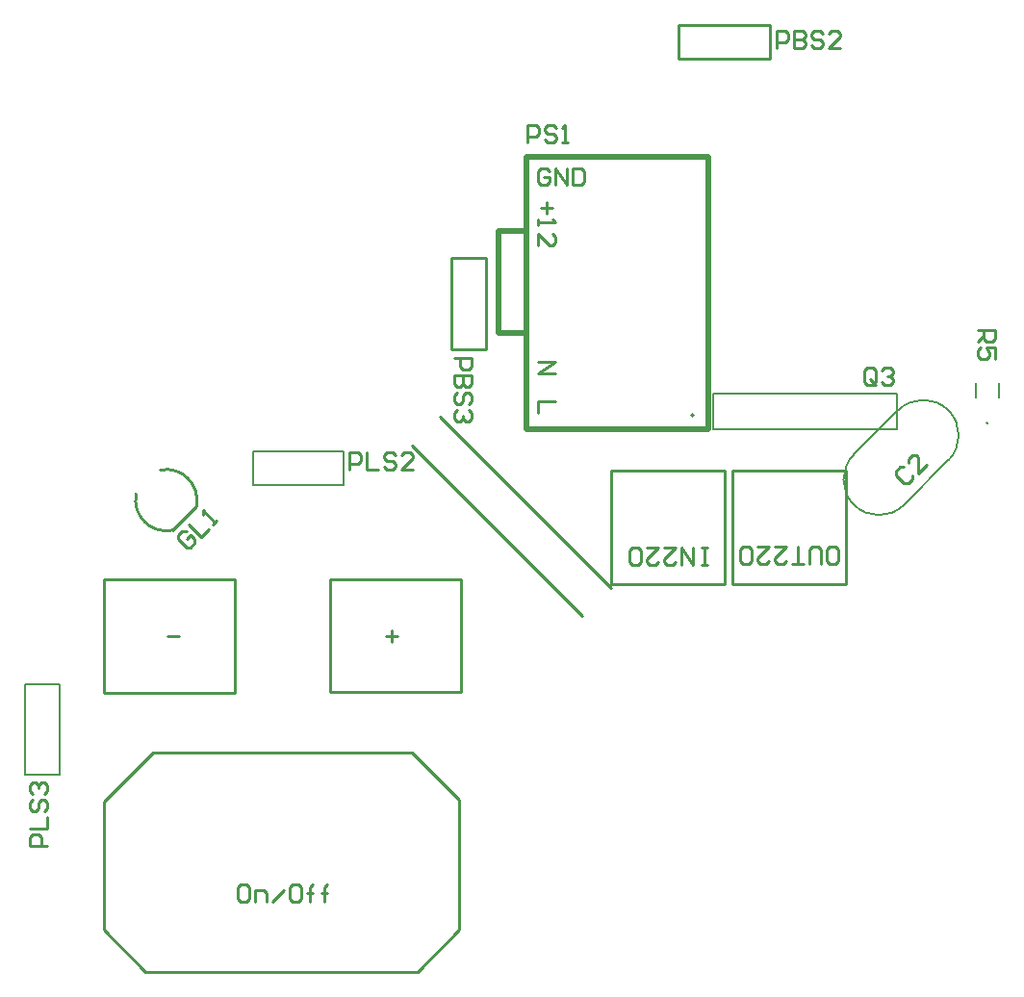
<source format=gto>
G04 Layer_Color=65535*
%FSLAX44Y44*%
%MOMM*%
G71*
G01*
G75*
%ADD15C,0.5000*%
%ADD48C,0.1524*%
%ADD49C,0.2540*%
%ADD50C,0.1500*%
D15*
X426000Y599000D02*
X451000D01*
X426000D02*
Y689000D01*
X451000D01*
Y514000D02*
X611000D01*
X451000D02*
Y754000D01*
X611000Y514000D02*
Y754000D01*
X451000D02*
X611000D01*
D48*
X598245Y527000D02*
G03*
X598245Y527000I-1270J0D01*
G01*
X738905Y492088D02*
G03*
X783088Y447905I22091J-22091D01*
G01*
X822062Y531062D02*
G03*
X777879Y531062I-22091J-22091D01*
G01*
X822062Y486879D02*
G03*
X822062Y531062I-22091J22091D01*
G01*
X857012Y519600D02*
G03*
X857012Y519600I-762J0D01*
G01*
X615400Y514300D02*
Y546050D01*
X776690D01*
Y514300D02*
Y546050D01*
X615400Y514300D02*
X776690D01*
X738905Y492088D02*
X777879Y531062D01*
X783088Y447905D02*
X822062Y486879D01*
X845963Y542178D02*
Y554823D01*
X866537D02*
X866537Y542177D01*
D49*
X107524Y457295D02*
G03*
X139295Y425524I26476J-5295D01*
G01*
X160476Y446705D02*
G03*
X128705Y478476I-26476J5295D01*
G01*
X278000Y283000D02*
Y382500D01*
X122500Y230000D02*
X350000D01*
X79000Y186500D02*
X122500Y230000D01*
X79000Y173000D02*
Y186500D01*
X392000Y174000D02*
Y188000D01*
X350000Y230000D02*
X392000Y188000D01*
X355000Y37000D02*
X392000Y74000D01*
Y117000D01*
Y174000D01*
X122000Y37000D02*
X355000D01*
X385000Y665000D02*
X415000D01*
X415000Y585000D02*
X415000Y665000D01*
X385000Y585000D02*
X415000Y585000D01*
X385000Y585000D02*
Y665000D01*
X665000Y840000D02*
Y870000D01*
X585000Y840000D02*
X665000D01*
X585000D02*
Y870000D01*
X665000D01*
X625000Y378000D02*
Y478000D01*
X525000Y378000D02*
X625000D01*
X525000Y478000D02*
X625000D01*
X525000Y378000D02*
Y478000D01*
X732000Y378000D02*
Y478000D01*
X632000Y378000D02*
X732000D01*
X632000Y478000D02*
X732000D01*
X632000Y378000D02*
Y478000D01*
X350000Y500000D02*
X500000Y350000D01*
X375000Y525000D02*
X525000Y375000D01*
X79000Y382000D02*
X194000D01*
X79000Y282000D02*
Y382000D01*
Y282000D02*
X194000D01*
Y382000D01*
X393000Y283000D02*
Y382500D01*
X278000D02*
X393000D01*
X79000Y117000D02*
Y174000D01*
X116000Y37000D02*
X122000D01*
X79000Y74000D02*
Y117000D01*
Y74000D02*
X116000Y37000D01*
X278000Y283000D02*
X393000D01*
X139303Y425484D02*
X160516Y446697D01*
X758157Y555539D02*
Y565696D01*
X755618Y568235D01*
X750539D01*
X748000Y565696D01*
Y555539D01*
X750539Y553000D01*
X755618D01*
X753078Y558078D02*
X758157Y553000D01*
X755618D02*
X758157Y555539D01*
X763235Y565696D02*
X765774Y568235D01*
X770853D01*
X773392Y565696D01*
Y563157D01*
X770853Y560617D01*
X768313D01*
X770853D01*
X773392Y558078D01*
Y555539D01*
X770853Y553000D01*
X765774D01*
X763235Y555539D01*
X452000Y767000D02*
Y782235D01*
X459618D01*
X462157Y779696D01*
Y774617D01*
X459618Y772078D01*
X452000D01*
X477392Y779696D02*
X474853Y782235D01*
X469774D01*
X467235Y779696D01*
Y777157D01*
X469774Y774617D01*
X474853D01*
X477392Y772078D01*
Y769539D01*
X474853Y767000D01*
X469774D01*
X467235Y769539D01*
X482470Y767000D02*
X487548D01*
X485009D01*
Y782235D01*
X482470Y779696D01*
X783171Y481126D02*
X779581D01*
X775990Y477535D01*
Y473944D01*
X783171Y466762D01*
X786762D01*
X790353Y470353D01*
Y473944D01*
X802922Y482922D02*
X795740Y475740D01*
Y490104D01*
X793944Y491899D01*
X790353D01*
X786762Y488308D01*
Y484717D01*
X671200Y850000D02*
Y865235D01*
X678818D01*
X681357Y862696D01*
Y857617D01*
X678818Y855078D01*
X671200D01*
X686435Y865235D02*
Y850000D01*
X694053D01*
X696592Y852539D01*
Y855078D01*
X694053Y857617D01*
X686435D01*
X694053D01*
X696592Y860157D01*
Y862696D01*
X694053Y865235D01*
X686435D01*
X711827Y862696D02*
X709288Y865235D01*
X704209D01*
X701670Y862696D01*
Y860157D01*
X704209Y857617D01*
X709288D01*
X711827Y855078D01*
Y852539D01*
X709288Y850000D01*
X704209D01*
X701670Y852539D01*
X727062Y850000D02*
X716905D01*
X727062Y860157D01*
Y862696D01*
X724523Y865235D01*
X719444D01*
X716905Y862696D01*
X387000Y576600D02*
X402235D01*
Y568983D01*
X399696Y566443D01*
X394618D01*
X392078Y568983D01*
Y576600D01*
X402235Y561365D02*
X387000D01*
Y553747D01*
X389539Y551208D01*
X392078D01*
X394618Y553747D01*
Y561365D01*
Y553747D01*
X397157Y551208D01*
X399696D01*
X402235Y553747D01*
Y561365D01*
X399696Y535973D02*
X402235Y538512D01*
Y543591D01*
X399696Y546130D01*
X397157D01*
X394618Y543591D01*
Y538512D01*
X392078Y535973D01*
X389539D01*
X387000Y538512D01*
Y543591D01*
X389539Y546130D01*
X399696Y530895D02*
X402235Y528356D01*
Y523277D01*
X399696Y520738D01*
X397157D01*
X394618Y523277D01*
Y525816D01*
Y523277D01*
X392078Y520738D01*
X389539D01*
X387000Y523277D01*
Y528356D01*
X389539Y530895D01*
X295000Y479000D02*
Y494235D01*
X302617D01*
X305157Y491696D01*
Y486618D01*
X302617Y484078D01*
X295000D01*
X310235Y494235D02*
Y479000D01*
X320392D01*
X335627Y491696D02*
X333088Y494235D01*
X328009D01*
X325470Y491696D01*
Y489157D01*
X328009Y486618D01*
X333088D01*
X335627Y484078D01*
Y481539D01*
X333088Y479000D01*
X328009D01*
X325470Y481539D01*
X350862Y479000D02*
X340705D01*
X350862Y489157D01*
Y491696D01*
X348323Y494235D01*
X343244D01*
X340705Y491696D01*
X29000Y148000D02*
X13765D01*
Y155618D01*
X16304Y158157D01*
X21383D01*
X23922Y155618D01*
Y148000D01*
X13765Y163235D02*
X29000D01*
Y173392D01*
X16304Y188627D02*
X13765Y186088D01*
Y181009D01*
X16304Y178470D01*
X18843D01*
X21383Y181009D01*
Y186088D01*
X23922Y188627D01*
X26461D01*
X29000Y186088D01*
Y181009D01*
X26461Y178470D01*
X16304Y193705D02*
X13765Y196244D01*
Y201323D01*
X16304Y203862D01*
X18843D01*
X21383Y201323D01*
Y198784D01*
Y201323D01*
X23922Y203862D01*
X26461D01*
X29000Y201323D01*
Y196244D01*
X26461Y193705D01*
X848250Y601500D02*
X863485D01*
Y593882D01*
X860946Y591343D01*
X855867D01*
X853328Y593882D01*
Y601500D01*
Y596422D02*
X848250Y591343D01*
X863485Y576108D02*
Y586265D01*
X855867D01*
X858407Y581187D01*
Y578647D01*
X855867Y576108D01*
X850789D01*
X848250Y578647D01*
Y583726D01*
X850789Y586265D01*
X610000Y394765D02*
X604922D01*
X607461D01*
Y410000D01*
X610000D01*
X604922D01*
X597304D02*
Y394765D01*
X587147Y410000D01*
Y394765D01*
X571912Y410000D02*
X582069D01*
X571912Y399843D01*
Y397304D01*
X574451Y394765D01*
X579530D01*
X582069Y397304D01*
X556677Y410000D02*
X566834D01*
X556677Y399843D01*
Y397304D01*
X559216Y394765D01*
X564295D01*
X566834Y397304D01*
X551599D02*
X549060Y394765D01*
X543981D01*
X541442Y397304D01*
Y407461D01*
X543981Y410000D01*
X549060D01*
X551599Y407461D01*
Y397304D01*
X717483Y395590D02*
X722561D01*
X725100Y398129D01*
Y408286D01*
X722561Y410825D01*
X717483D01*
X714944Y408286D01*
Y398129D01*
X717483Y395590D01*
X709865D02*
Y408286D01*
X707326Y410825D01*
X702248D01*
X699709Y408286D01*
Y395590D01*
X694630D02*
X684474D01*
X689552D01*
Y410825D01*
X669239D02*
X679395D01*
X669239Y400668D01*
Y398129D01*
X671778Y395590D01*
X676856D01*
X679395Y398129D01*
X654004Y410825D02*
X664160D01*
X654004Y400668D01*
Y398129D01*
X656543Y395590D01*
X661621D01*
X664160Y398129D01*
X648925D02*
X646386Y395590D01*
X641308D01*
X638768Y398129D01*
Y408286D01*
X641308Y410825D01*
X646386D01*
X648925Y408286D01*
Y398129D01*
X151705Y424909D02*
X148114D01*
X144523Y421318D01*
Y417727D01*
X151705Y410546D01*
X155295D01*
X158886Y414136D01*
Y417727D01*
X155295Y421318D01*
X151705Y417727D01*
X153500Y430296D02*
X164273Y419523D01*
X171455Y426705D01*
X175046Y430296D02*
X178637Y433887D01*
X176841Y432091D01*
X166068Y442864D01*
Y439273D01*
X204618Y114235D02*
X199539D01*
X197000Y111696D01*
Y101539D01*
X199539Y99000D01*
X204618D01*
X207157Y101539D01*
Y111696D01*
X204618Y114235D01*
X212235Y99000D02*
Y109157D01*
X219853D01*
X222392Y106617D01*
Y99000D01*
X227470D02*
X237627Y109157D01*
X250323Y114235D02*
X245244D01*
X242705Y111696D01*
Y101539D01*
X245244Y99000D01*
X250323D01*
X252862Y101539D01*
Y111696D01*
X250323Y114235D01*
X260480Y99000D02*
Y111696D01*
Y106617D01*
X257940D01*
X263019D01*
X260480D01*
Y111696D01*
X263019Y114235D01*
X273175Y99000D02*
Y111696D01*
Y106617D01*
X270636D01*
X275714D01*
X273175D01*
Y111696D01*
X275714Y114235D01*
X327500Y332617D02*
X337657D01*
X332578Y337696D02*
Y327539D01*
X135000Y332617D02*
X145157D01*
X471157Y741696D02*
X468618Y744235D01*
X463539D01*
X461000Y741696D01*
Y731539D01*
X463539Y729000D01*
X468618D01*
X471157Y731539D01*
Y736618D01*
X466078D01*
X476235Y729000D02*
Y744235D01*
X486392Y729000D01*
Y744235D01*
X491470D02*
Y729000D01*
X499088D01*
X501627Y731539D01*
Y741696D01*
X499088Y744235D01*
X491470D01*
X468618Y714000D02*
Y703843D01*
X473696Y708922D02*
X463539D01*
X461000Y698765D02*
Y693687D01*
Y696226D01*
X476235D01*
X473696Y698765D01*
X461000Y675912D02*
Y686069D01*
X471157Y675912D01*
X473696D01*
X476235Y678452D01*
Y683530D01*
X473696Y686069D01*
X461000Y574000D02*
X476235D01*
X461000Y563843D01*
X476235D01*
Y539000D02*
X461000D01*
Y528843D01*
D50*
X9950Y210250D02*
X39950D01*
Y290250D01*
X9950Y210250D02*
Y290250D01*
X39950D01*
X210250Y465050D02*
Y495050D01*
Y465050D02*
X290250D01*
X210250Y495050D02*
X290250D01*
Y465050D02*
Y495050D01*
M02*

</source>
